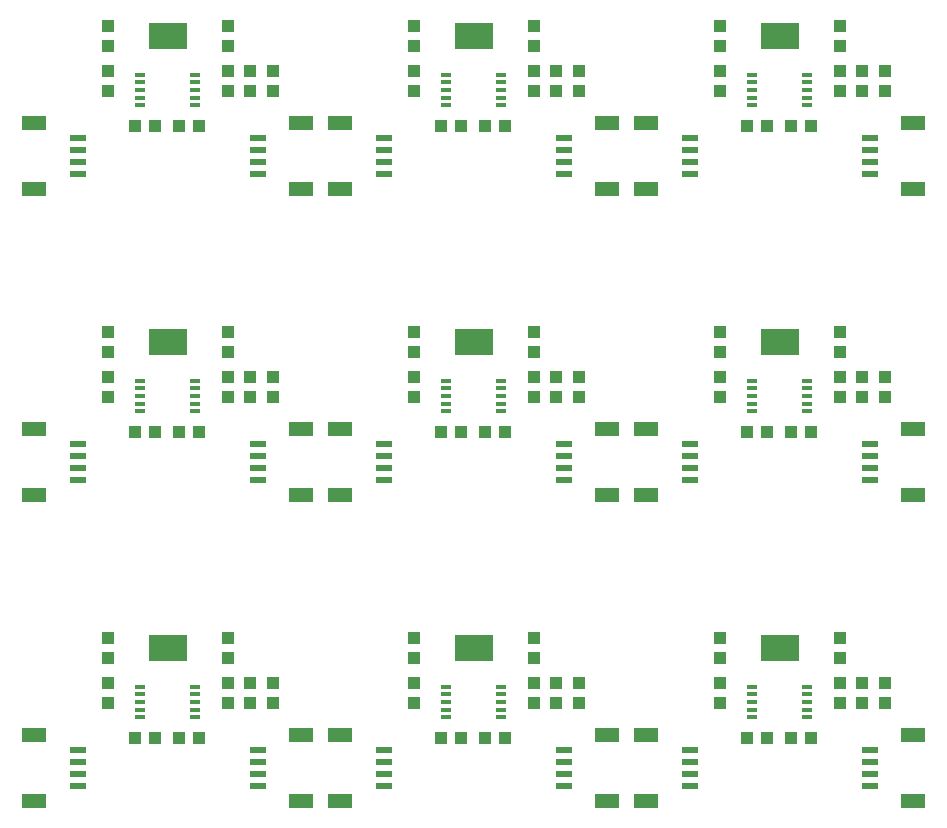
<source format=gtp>
G75*
%MOIN*%
%OFA0B0*%
%FSLAX25Y25*%
%IPPOS*%
%LPD*%
%AMOC8*
5,1,8,0,0,1.08239X$1,22.5*
%
%ADD10R,0.03937X0.04331*%
%ADD11R,0.13000X0.08800*%
%ADD12R,0.07874X0.04724*%
%ADD13R,0.05315X0.02362*%
%ADD14R,0.04331X0.03937*%
%ADD15R,0.03543X0.01496*%
D10*
X0086333Y0055154D03*
X0086333Y0061846D03*
X0086333Y0070154D03*
X0086333Y0076846D03*
X0126333Y0076846D03*
X0126333Y0070154D03*
X0126333Y0061846D03*
X0126333Y0055154D03*
X0133833Y0055154D03*
X0133833Y0061846D03*
X0141333Y0061846D03*
X0141333Y0055154D03*
X0188333Y0055154D03*
X0188333Y0061846D03*
X0188333Y0070154D03*
X0188333Y0076846D03*
X0228333Y0076846D03*
X0228333Y0070154D03*
X0228333Y0061846D03*
X0228333Y0055154D03*
X0235833Y0055154D03*
X0235833Y0061846D03*
X0243333Y0061846D03*
X0243333Y0055154D03*
X0290333Y0055154D03*
X0290333Y0061846D03*
X0290333Y0070154D03*
X0290333Y0076846D03*
X0330333Y0076846D03*
X0330333Y0070154D03*
X0330333Y0061846D03*
X0330333Y0055154D03*
X0337833Y0055154D03*
X0337833Y0061846D03*
X0345333Y0061846D03*
X0345333Y0055154D03*
X0345333Y0157154D03*
X0345333Y0163846D03*
X0337833Y0163846D03*
X0337833Y0157154D03*
X0330333Y0157154D03*
X0330333Y0163846D03*
X0330333Y0172154D03*
X0330333Y0178846D03*
X0290333Y0178846D03*
X0290333Y0172154D03*
X0290333Y0163846D03*
X0290333Y0157154D03*
X0243333Y0157154D03*
X0243333Y0163846D03*
X0235833Y0163846D03*
X0235833Y0157154D03*
X0228333Y0157154D03*
X0228333Y0163846D03*
X0228333Y0172154D03*
X0228333Y0178846D03*
X0188333Y0178846D03*
X0188333Y0172154D03*
X0188333Y0163846D03*
X0188333Y0157154D03*
X0141333Y0157154D03*
X0141333Y0163846D03*
X0133833Y0163846D03*
X0133833Y0157154D03*
X0126333Y0157154D03*
X0126333Y0163846D03*
X0126333Y0172154D03*
X0126333Y0178846D03*
X0086333Y0178846D03*
X0086333Y0172154D03*
X0086333Y0163846D03*
X0086333Y0157154D03*
X0086333Y0259154D03*
X0086333Y0265846D03*
X0086333Y0274154D03*
X0086333Y0280846D03*
X0126333Y0280846D03*
X0126333Y0274154D03*
X0126333Y0265846D03*
X0126333Y0259154D03*
X0133833Y0259154D03*
X0133833Y0265846D03*
X0141333Y0265846D03*
X0141333Y0259154D03*
X0188333Y0259154D03*
X0188333Y0265846D03*
X0188333Y0274154D03*
X0188333Y0280846D03*
X0228333Y0280846D03*
X0228333Y0274154D03*
X0228333Y0265846D03*
X0228333Y0259154D03*
X0235833Y0259154D03*
X0235833Y0265846D03*
X0243333Y0265846D03*
X0243333Y0259154D03*
X0290333Y0259154D03*
X0290333Y0265846D03*
X0290333Y0274154D03*
X0290333Y0280846D03*
X0330333Y0280846D03*
X0330333Y0274154D03*
X0330333Y0265846D03*
X0330333Y0259154D03*
X0337833Y0259154D03*
X0337833Y0265846D03*
X0345333Y0265846D03*
X0345333Y0259154D03*
D11*
X0310333Y0277500D03*
X0208333Y0277500D03*
X0106333Y0277500D03*
X0106333Y0175500D03*
X0208333Y0175500D03*
X0310333Y0175500D03*
X0310333Y0073500D03*
X0208333Y0073500D03*
X0106333Y0073500D03*
D12*
X0061865Y0022476D03*
X0061865Y0044524D03*
X0061865Y0124476D03*
X0061865Y0146524D03*
X0061865Y0226476D03*
X0061865Y0248524D03*
X0150802Y0248524D03*
X0163865Y0248524D03*
X0163865Y0226476D03*
X0150802Y0226476D03*
X0150802Y0146524D03*
X0163865Y0146524D03*
X0163865Y0124476D03*
X0150802Y0124476D03*
X0150802Y0044524D03*
X0163865Y0044524D03*
X0163865Y0022476D03*
X0150802Y0022476D03*
X0252802Y0022476D03*
X0265865Y0022476D03*
X0265865Y0044524D03*
X0252802Y0044524D03*
X0252802Y0124476D03*
X0265865Y0124476D03*
X0265865Y0146524D03*
X0252802Y0146524D03*
X0252802Y0226476D03*
X0265865Y0226476D03*
X0265865Y0248524D03*
X0252802Y0248524D03*
X0354802Y0248524D03*
X0354802Y0226476D03*
X0354802Y0146524D03*
X0354802Y0124476D03*
X0354802Y0044524D03*
X0354802Y0022476D03*
D13*
X0340333Y0027594D03*
X0340333Y0031531D03*
X0340333Y0035469D03*
X0340333Y0039406D03*
X0280333Y0039406D03*
X0280333Y0035469D03*
X0280333Y0031531D03*
X0280333Y0027594D03*
X0238333Y0027594D03*
X0238333Y0031531D03*
X0238333Y0035469D03*
X0238333Y0039406D03*
X0178333Y0039406D03*
X0178333Y0035469D03*
X0178333Y0031531D03*
X0178333Y0027594D03*
X0136333Y0027594D03*
X0136333Y0031531D03*
X0136333Y0035469D03*
X0136333Y0039406D03*
X0076333Y0039406D03*
X0076333Y0035469D03*
X0076333Y0031531D03*
X0076333Y0027594D03*
X0076333Y0129594D03*
X0076333Y0133531D03*
X0076333Y0137469D03*
X0076333Y0141406D03*
X0136333Y0141406D03*
X0136333Y0137469D03*
X0136333Y0133531D03*
X0136333Y0129594D03*
X0178333Y0129594D03*
X0178333Y0133531D03*
X0178333Y0137469D03*
X0178333Y0141406D03*
X0238333Y0141406D03*
X0238333Y0137469D03*
X0238333Y0133531D03*
X0238333Y0129594D03*
X0280333Y0129594D03*
X0280333Y0133531D03*
X0280333Y0137469D03*
X0280333Y0141406D03*
X0340333Y0141406D03*
X0340333Y0137469D03*
X0340333Y0133531D03*
X0340333Y0129594D03*
X0340333Y0231594D03*
X0340333Y0235531D03*
X0340333Y0239469D03*
X0340333Y0243406D03*
X0280333Y0243406D03*
X0280333Y0239469D03*
X0280333Y0235531D03*
X0280333Y0231594D03*
X0238333Y0231594D03*
X0238333Y0235531D03*
X0238333Y0239469D03*
X0238333Y0243406D03*
X0178333Y0243406D03*
X0178333Y0239469D03*
X0178333Y0235531D03*
X0178333Y0231594D03*
X0136333Y0231594D03*
X0136333Y0235531D03*
X0136333Y0239469D03*
X0136333Y0243406D03*
X0076333Y0243406D03*
X0076333Y0239469D03*
X0076333Y0235531D03*
X0076333Y0231594D03*
D14*
X0095487Y0247500D03*
X0102180Y0247500D03*
X0109987Y0247500D03*
X0116680Y0247500D03*
X0197487Y0247500D03*
X0204180Y0247500D03*
X0211987Y0247500D03*
X0218680Y0247500D03*
X0299487Y0247500D03*
X0306180Y0247500D03*
X0313987Y0247500D03*
X0320680Y0247500D03*
X0320680Y0145500D03*
X0313987Y0145500D03*
X0306180Y0145500D03*
X0299487Y0145500D03*
X0218680Y0145500D03*
X0211987Y0145500D03*
X0204180Y0145500D03*
X0197487Y0145500D03*
X0116680Y0145500D03*
X0109987Y0145500D03*
X0102180Y0145500D03*
X0095487Y0145500D03*
X0095487Y0043500D03*
X0102180Y0043500D03*
X0109987Y0043500D03*
X0116680Y0043500D03*
X0197487Y0043500D03*
X0204180Y0043500D03*
X0211987Y0043500D03*
X0218680Y0043500D03*
X0299487Y0043500D03*
X0306180Y0043500D03*
X0313987Y0043500D03*
X0320680Y0043500D03*
D15*
X0319487Y0050382D03*
X0319487Y0052941D03*
X0319487Y0055500D03*
X0319487Y0058059D03*
X0319487Y0060618D03*
X0301180Y0060618D03*
X0301180Y0058059D03*
X0301180Y0055500D03*
X0301180Y0052941D03*
X0301180Y0050382D03*
X0217487Y0050382D03*
X0217487Y0052941D03*
X0217487Y0055500D03*
X0217487Y0058059D03*
X0217487Y0060618D03*
X0199180Y0060618D03*
X0199180Y0058059D03*
X0199180Y0055500D03*
X0199180Y0052941D03*
X0199180Y0050382D03*
X0115487Y0050382D03*
X0115487Y0052941D03*
X0115487Y0055500D03*
X0115487Y0058059D03*
X0115487Y0060618D03*
X0097180Y0060618D03*
X0097180Y0058059D03*
X0097180Y0055500D03*
X0097180Y0052941D03*
X0097180Y0050382D03*
X0097180Y0152382D03*
X0097180Y0154941D03*
X0097180Y0157500D03*
X0097180Y0160059D03*
X0097180Y0162618D03*
X0115487Y0162618D03*
X0115487Y0160059D03*
X0115487Y0157500D03*
X0115487Y0154941D03*
X0115487Y0152382D03*
X0199180Y0152382D03*
X0199180Y0154941D03*
X0199180Y0157500D03*
X0199180Y0160059D03*
X0199180Y0162618D03*
X0217487Y0162618D03*
X0217487Y0160059D03*
X0217487Y0157500D03*
X0217487Y0154941D03*
X0217487Y0152382D03*
X0301180Y0152382D03*
X0301180Y0154941D03*
X0301180Y0157500D03*
X0301180Y0160059D03*
X0301180Y0162618D03*
X0319487Y0162618D03*
X0319487Y0160059D03*
X0319487Y0157500D03*
X0319487Y0154941D03*
X0319487Y0152382D03*
X0319487Y0254382D03*
X0319487Y0256941D03*
X0319487Y0259500D03*
X0319487Y0262059D03*
X0319487Y0264618D03*
X0301180Y0264618D03*
X0301180Y0262059D03*
X0301180Y0259500D03*
X0301180Y0256941D03*
X0301180Y0254382D03*
X0217487Y0254382D03*
X0217487Y0256941D03*
X0217487Y0259500D03*
X0217487Y0262059D03*
X0217487Y0264618D03*
X0199180Y0264618D03*
X0199180Y0262059D03*
X0199180Y0259500D03*
X0199180Y0256941D03*
X0199180Y0254382D03*
X0115487Y0254382D03*
X0115487Y0256941D03*
X0115487Y0259500D03*
X0115487Y0262059D03*
X0115487Y0264618D03*
X0097180Y0264618D03*
X0097180Y0262059D03*
X0097180Y0259500D03*
X0097180Y0256941D03*
X0097180Y0254382D03*
M02*

</source>
